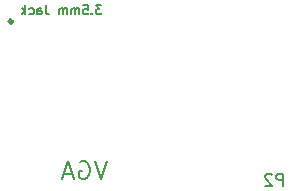
<source format=gbr>
G04 #@! TF.GenerationSoftware,KiCad,Pcbnew,(5.1.10-1-10_14)*
G04 #@! TF.CreationDate,2021-11-15T14:12:15-05:00*
G04 #@! TF.ProjectId,8DIN2VGA_New,3844494e-3256-4474-915f-4e65772e6b69,1*
G04 #@! TF.SameCoordinates,Original*
G04 #@! TF.FileFunction,Legend,Bot*
G04 #@! TF.FilePolarity,Positive*
%FSLAX46Y46*%
G04 Gerber Fmt 4.6, Leading zero omitted, Abs format (unit mm)*
G04 Created by KiCad (PCBNEW (5.1.10-1-10_14)) date 2021-11-15 14:12:15*
%MOMM*%
%LPD*%
G01*
G04 APERTURE LIST*
%ADD10C,0.127000*%
%ADD11C,0.200000*%
%ADD12C,0.350000*%
%ADD13C,0.150000*%
%ADD14C,1.625600*%
%ADD15O,1.609600X3.117600*%
%ADD16C,1.801600*%
%ADD17C,4.167600*%
G04 APERTURE END LIST*
D10*
X132924571Y-91872714D02*
X132452857Y-91872714D01*
X132706857Y-92163000D01*
X132598000Y-92163000D01*
X132525428Y-92199285D01*
X132489142Y-92235571D01*
X132452857Y-92308142D01*
X132452857Y-92489571D01*
X132489142Y-92562142D01*
X132525428Y-92598428D01*
X132598000Y-92634714D01*
X132815714Y-92634714D01*
X132888285Y-92598428D01*
X132924571Y-92562142D01*
X132126285Y-92562142D02*
X132090000Y-92598428D01*
X132126285Y-92634714D01*
X132162571Y-92598428D01*
X132126285Y-92562142D01*
X132126285Y-92634714D01*
X131400571Y-91872714D02*
X131763428Y-91872714D01*
X131799714Y-92235571D01*
X131763428Y-92199285D01*
X131690857Y-92163000D01*
X131509428Y-92163000D01*
X131436857Y-92199285D01*
X131400571Y-92235571D01*
X131364285Y-92308142D01*
X131364285Y-92489571D01*
X131400571Y-92562142D01*
X131436857Y-92598428D01*
X131509428Y-92634714D01*
X131690857Y-92634714D01*
X131763428Y-92598428D01*
X131799714Y-92562142D01*
X131037714Y-92634714D02*
X131037714Y-92126714D01*
X131037714Y-92199285D02*
X131001428Y-92163000D01*
X130928857Y-92126714D01*
X130820000Y-92126714D01*
X130747428Y-92163000D01*
X130711142Y-92235571D01*
X130711142Y-92634714D01*
X130711142Y-92235571D02*
X130674857Y-92163000D01*
X130602285Y-92126714D01*
X130493428Y-92126714D01*
X130420857Y-92163000D01*
X130384571Y-92235571D01*
X130384571Y-92634714D01*
X130021714Y-92634714D02*
X130021714Y-92126714D01*
X130021714Y-92199285D02*
X129985428Y-92163000D01*
X129912857Y-92126714D01*
X129804000Y-92126714D01*
X129731428Y-92163000D01*
X129695142Y-92235571D01*
X129695142Y-92634714D01*
X129695142Y-92235571D02*
X129658857Y-92163000D01*
X129586285Y-92126714D01*
X129477428Y-92126714D01*
X129404857Y-92163000D01*
X129368571Y-92235571D01*
X129368571Y-92634714D01*
X128207428Y-91872714D02*
X128207428Y-92417000D01*
X128243714Y-92525857D01*
X128316285Y-92598428D01*
X128425142Y-92634714D01*
X128497714Y-92634714D01*
X127518000Y-92634714D02*
X127518000Y-92235571D01*
X127554285Y-92163000D01*
X127626857Y-92126714D01*
X127772000Y-92126714D01*
X127844571Y-92163000D01*
X127518000Y-92598428D02*
X127590571Y-92634714D01*
X127772000Y-92634714D01*
X127844571Y-92598428D01*
X127880857Y-92525857D01*
X127880857Y-92453285D01*
X127844571Y-92380714D01*
X127772000Y-92344428D01*
X127590571Y-92344428D01*
X127518000Y-92308142D01*
X126828571Y-92598428D02*
X126901142Y-92634714D01*
X127046285Y-92634714D01*
X127118857Y-92598428D01*
X127155142Y-92562142D01*
X127191428Y-92489571D01*
X127191428Y-92271857D01*
X127155142Y-92199285D01*
X127118857Y-92163000D01*
X127046285Y-92126714D01*
X126901142Y-92126714D01*
X126828571Y-92163000D01*
X126502000Y-92634714D02*
X126502000Y-91872714D01*
X126429428Y-92344428D02*
X126211714Y-92634714D01*
X126211714Y-92126714D02*
X126502000Y-92417000D01*
D11*
X133402857Y-105078571D02*
X132902857Y-106578571D01*
X132402857Y-105078571D01*
X131117142Y-105150000D02*
X131260000Y-105078571D01*
X131474285Y-105078571D01*
X131688571Y-105150000D01*
X131831428Y-105292857D01*
X131902857Y-105435714D01*
X131974285Y-105721428D01*
X131974285Y-105935714D01*
X131902857Y-106221428D01*
X131831428Y-106364285D01*
X131688571Y-106507142D01*
X131474285Y-106578571D01*
X131331428Y-106578571D01*
X131117142Y-106507142D01*
X131045714Y-106435714D01*
X131045714Y-105935714D01*
X131331428Y-105935714D01*
X130474285Y-106150000D02*
X129760000Y-106150000D01*
X130617142Y-106578571D02*
X130117142Y-105078571D01*
X129617142Y-106578571D01*
D12*
X125410000Y-93230000D02*
G75*
G03*
X125410000Y-93230000I-150000J0D01*
G01*
D13*
X148312095Y-107132380D02*
X148312095Y-106132380D01*
X147931142Y-106132380D01*
X147835904Y-106180000D01*
X147788285Y-106227619D01*
X147740666Y-106322857D01*
X147740666Y-106465714D01*
X147788285Y-106560952D01*
X147835904Y-106608571D01*
X147931142Y-106656190D01*
X148312095Y-106656190D01*
X147359714Y-106227619D02*
X147312095Y-106180000D01*
X147216857Y-106132380D01*
X146978761Y-106132380D01*
X146883523Y-106180000D01*
X146835904Y-106227619D01*
X146788285Y-106322857D01*
X146788285Y-106418095D01*
X146835904Y-106560952D01*
X147407333Y-107132380D01*
X146788285Y-107132380D01*
%LPC*%
D14*
X140322928Y-92920000D03*
X153812928Y-92920000D03*
G36*
G01*
X150642128Y-93890400D02*
X150642128Y-91589600D01*
G75*
G02*
X151042528Y-91189200I400400J0D01*
G01*
X151843328Y-91189200D01*
G75*
G02*
X152243728Y-91589600I0J-400400D01*
G01*
X152243728Y-93890400D01*
G75*
G02*
X151843328Y-94290800I-400400J0D01*
G01*
X151042528Y-94290800D01*
G75*
G02*
X150642128Y-93890400I0J400400D01*
G01*
G37*
G36*
G01*
X142402128Y-93890400D02*
X142402128Y-91589600D01*
G75*
G02*
X142802528Y-91189200I400400J0D01*
G01*
X143603328Y-91189200D01*
G75*
G02*
X144003728Y-91589600I0J-400400D01*
G01*
X144003728Y-93890400D01*
G75*
G02*
X143603328Y-94290800I-400400J0D01*
G01*
X142802528Y-94290800D01*
G75*
G02*
X142402128Y-93890400I0J400400D01*
G01*
G37*
G36*
G01*
X147902128Y-93890400D02*
X147902128Y-91589600D01*
G75*
G02*
X148302528Y-91189200I400400J0D01*
G01*
X149103328Y-91189200D01*
G75*
G02*
X149503728Y-91589600I0J-400400D01*
G01*
X149503728Y-93890400D01*
G75*
G02*
X149103328Y-94290800I-400400J0D01*
G01*
X148302528Y-94290800D01*
G75*
G02*
X147902128Y-93890400I0J400400D01*
G01*
G37*
G36*
G01*
X145162128Y-93890400D02*
X145162128Y-91589600D01*
G75*
G02*
X145562528Y-91189200I400400J0D01*
G01*
X146363328Y-91189200D01*
G75*
G02*
X146763728Y-91589600I0J-400400D01*
G01*
X146763728Y-93890400D01*
G75*
G02*
X146363328Y-94290800I-400400J0D01*
G01*
X145562528Y-94290800D01*
G75*
G02*
X145162128Y-93890400I0J400400D01*
G01*
G37*
D15*
X125830000Y-95160000D03*
X128230000Y-97160000D03*
X131930000Y-95160000D03*
X133730000Y-97160000D03*
X137430000Y-95160000D03*
D16*
X144365000Y-105560000D03*
X142075000Y-105560000D03*
X139785000Y-105560000D03*
X137495000Y-105560000D03*
X135205000Y-105560000D03*
X143220000Y-103580000D03*
X140930000Y-103580000D03*
X138640000Y-103580000D03*
X136350000Y-103580000D03*
X134060000Y-103580000D03*
X144365000Y-101600000D03*
X142075000Y-101600000D03*
X139785000Y-101600000D03*
X137495000Y-101600000D03*
D17*
X152280000Y-103580000D03*
X127290000Y-103580000D03*
G36*
G01*
X134304200Y-102450000D02*
X134304200Y-100750000D01*
G75*
G02*
X134355000Y-100699200I50800J0D01*
G01*
X136055000Y-100699200D01*
G75*
G02*
X136105800Y-100750000I0J-50800D01*
G01*
X136105800Y-102450000D01*
G75*
G02*
X136055000Y-102500800I-50800J0D01*
G01*
X134355000Y-102500800D01*
G75*
G02*
X134304200Y-102450000I0J50800D01*
G01*
G37*
M02*

</source>
